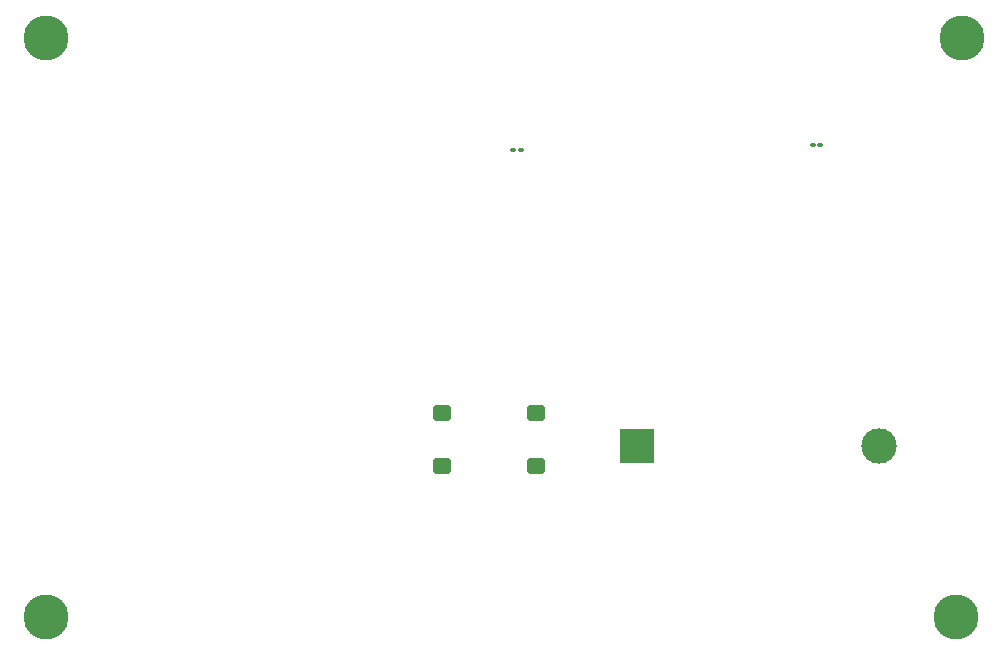
<source format=gbr>
%TF.GenerationSoftware,KiCad,Pcbnew,9.0.6*%
%TF.CreationDate,2025-12-01T20:06:07-08:00*%
%TF.ProjectId,3.4,332e342e-6b69-4636-9164-5f7063625858,rev?*%
%TF.SameCoordinates,Original*%
%TF.FileFunction,Soldermask,Top*%
%TF.FilePolarity,Negative*%
%FSLAX46Y46*%
G04 Gerber Fmt 4.6, Leading zero omitted, Abs format (unit mm)*
G04 Created by KiCad (PCBNEW 9.0.6) date 2025-12-01 20:06:07*
%MOMM*%
%LPD*%
G01*
G04 APERTURE LIST*
G04 Aperture macros list*
%AMRoundRect*
0 Rectangle with rounded corners*
0 $1 Rounding radius*
0 $2 $3 $4 $5 $6 $7 $8 $9 X,Y pos of 4 corners*
0 Add a 4 corners polygon primitive as box body*
4,1,4,$2,$3,$4,$5,$6,$7,$8,$9,$2,$3,0*
0 Add four circle primitives for the rounded corners*
1,1,$1+$1,$2,$3*
1,1,$1+$1,$4,$5*
1,1,$1+$1,$6,$7*
1,1,$1+$1,$8,$9*
0 Add four rect primitives between the rounded corners*
20,1,$1+$1,$2,$3,$4,$5,0*
20,1,$1+$1,$4,$5,$6,$7,0*
20,1,$1+$1,$6,$7,$8,$9,0*
20,1,$1+$1,$8,$9,$2,$3,0*%
G04 Aperture macros list end*
%ADD10RoundRect,0.250000X-0.525000X-0.400000X0.525000X-0.400000X0.525000X0.400000X-0.525000X0.400000X0*%
%ADD11R,3.000000X3.000000*%
%ADD12C,3.000000*%
%ADD13C,3.800000*%
%ADD14RoundRect,0.100000X-0.130000X-0.100000X0.130000X-0.100000X0.130000X0.100000X-0.130000X0.100000X0*%
G04 APERTURE END LIST*
D10*
%TO.C,SW1*%
X56520000Y-94250000D03*
X64480000Y-94250000D03*
X56520000Y-98750000D03*
X64480000Y-98750000D03*
%TD*%
D11*
%TO.C,BT1*%
X73010000Y-97000000D03*
D12*
X93500000Y-97000000D03*
%TD*%
D13*
%TO.C,REF\u002A\u002A*%
X100000000Y-111500000D03*
%TD*%
%TO.C,REF\u002A\u002A*%
X100500000Y-62500000D03*
%TD*%
%TO.C,REF\u002A\u002A*%
X23000000Y-62500000D03*
%TD*%
%TO.C,REF\u002A\u002A*%
X23000000Y-111500000D03*
%TD*%
D14*
%TO.C,R2*%
X87860000Y-71500000D03*
X88500000Y-71500000D03*
%TD*%
%TO.C,D1*%
X62500000Y-72000000D03*
X63140000Y-72000000D03*
%TD*%
M02*

</source>
